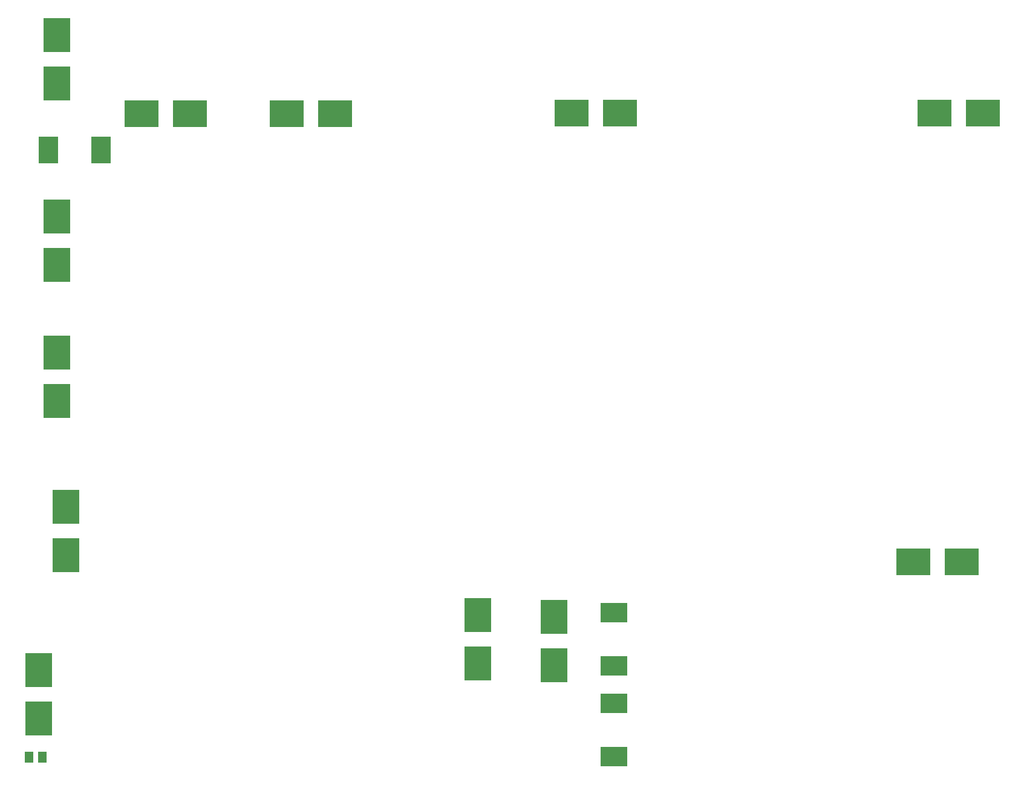
<source format=gbr>
G04 EAGLE Gerber RS-274X export*
G75*
%MOMM*%
%FSLAX34Y34*%
%LPD*%
%INSolderpaste Top*%
%IPPOS*%
%AMOC8*
5,1,8,0,0,1.08239X$1,22.5*%
G01*
%ADD10R,3.800000X4.700000*%
%ADD11R,4.700000X3.800000*%
%ADD12R,3.800000X2.800000*%
%ADD13R,2.800000X3.800000*%
%ADD14R,1.300000X1.500000*%


D10*
X792480Y907070D03*
X792480Y975070D03*
D11*
X991580Y1677670D03*
X923580Y1677670D03*
X1470370Y1049020D03*
X1402370Y1049020D03*
X321600Y1676400D03*
X389600Y1676400D03*
D10*
X203200Y1532600D03*
X203200Y1464600D03*
X203200Y1342100D03*
X203200Y1274100D03*
D11*
X1499580Y1677670D03*
X1431580Y1677670D03*
D10*
X899160Y904530D03*
X899160Y972530D03*
X215900Y1058200D03*
X215900Y1126200D03*
X203200Y1718600D03*
X203200Y1786600D03*
X177800Y829600D03*
X177800Y897600D03*
D11*
X592800Y1676400D03*
X524800Y1676400D03*
D12*
X982980Y777070D03*
X982980Y851070D03*
X982980Y904070D03*
X982980Y978070D03*
D13*
X191600Y1625600D03*
X265600Y1625600D03*
D14*
X164490Y775970D03*
X183490Y775970D03*
M02*

</source>
